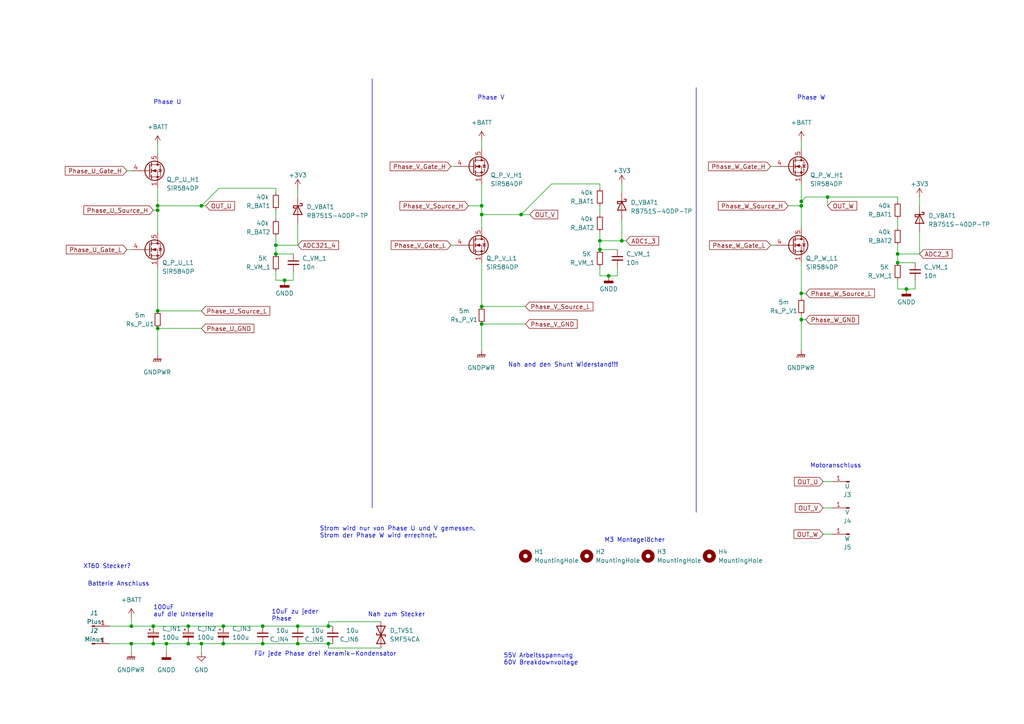
<source format=kicad_sch>
(kicad_sch (version 20230121) (generator eeschema)
  (paper "A4")
  (lib_symbols
    (symbol "Connector:Conn_01x01_Pin" (pin_names (offset 1.016) hide)
      (property "Reference" "J" (at 0 2.54 0))
      (property "Value" "Conn_01x01_Pin" (at 0 -2.54 0))
      (symbol "Conn_01x01_Pin_1_1"
        (polyline (pts (xy 1.27 0) (xy 0.8636 0)) (stroke (width 0.1524)))
        (rectangle (start 0.8636 0.127) (end 0 -0.127) (stroke (width 0.1524)) (fill (type outline)))
        (pin passive line (at 5.08 0 180) (length 3.81) (name "Pin_1") (number "1"))
      )
    )
    (symbol "Device:C_Polarized_Small" (pin_numbers hide) (pin_names (offset 0.254) hide)
      (property "Reference" "C" (at 0.254 1.778 0))
      (property "Value" "C_Polarized_Small" (at 0.254 -2.032 0))
      (symbol "C_Polarized_Small_0_1"
        (rectangle (start -1.524 -0.3048) (end 1.524 -0.6858) (fill (type outline)))
        (rectangle (start -1.524 0.6858) (end 1.524 0.3048))
        (polyline (pts (xy -1.27 1.524) (xy -0.762 1.524)))
        (polyline (pts (xy -1.016 1.27) (xy -1.016 1.778)))
      )
      (symbol "C_Polarized_Small_1_1"
        (pin passive line (at 0 2.54 270) (length 1.8542) (name "~") (number "1"))
        (pin passive line (at 0 -2.54 90) (length 1.8542) (name "~") (number "2"))
      )
    )
    (symbol "Device:C_Small" (pin_numbers hide) (pin_names (offset 0.254) hide)
      (property "Reference" "C" (at 0.254 1.778 0))
      (property "Value" "C_Small" (at 0.254 -2.032 0))
      (symbol "C_Small_0_1"
        (polyline (pts (xy -1.524 -0.508) (xy 1.524 -0.508)) (stroke (width 0.3302)))
        (polyline (pts (xy -1.524 0.508) (xy 1.524 0.508)) (stroke (width 0.3048)))
      )
      (symbol "C_Small_1_1"
        (pin passive line (at 0 2.54 270) (length 2.032) (name "~") (number "1"))
        (pin passive line (at 0 -2.54 90) (length 2.032) (name "~") (number "2"))
      )
    )
    (symbol "Device:D_Schottky" (pin_numbers hide) (pin_names (offset 1.016) hide)
      (property "Reference" "D" (at 0 2.54 0))
      (property "Value" "D_Schottky" (at 0 -2.54 0))
      (symbol "D_Schottky_0_1"
        (polyline (pts (xy 1.27 0) (xy -1.27 0)))
        (polyline (pts (xy 1.27 1.27) (xy 1.27 -1.27) (xy -1.27 0) (xy 1.27 1.27)) (stroke (width 0.254)))
        (polyline (pts (xy -1.905 0.635) (xy -1.905 1.27) (xy -1.27 1.27) (xy -1.27 -1.27) (xy -0.635 -1.27) (xy -0.635 -0.635)) (stroke (width 0.254)))
      )
      (symbol "D_Schottky_1_1"
        (pin passive line (at -3.81 0 0) (length 2.54) (name "K") (number "1"))
        (pin passive line (at 3.81 0 180) (length 2.54) (name "A") (number "2"))
      )
    )
    (symbol "Device:D_TVS" (pin_numbers hide) (pin_names (offset 1.016) hide)
      (property "Reference" "D" (at 0 2.54 0))
      (property "Value" "D_TVS" (at 0 -2.54 0))
      (symbol "D_TVS_0_1"
        (polyline (pts (xy 1.27 0) (xy -1.27 0)))
        (polyline (pts (xy 0.508 1.27) (xy 0 1.27) (xy 0 -1.27) (xy -0.508 -1.27)) (stroke (width 0.254)))
        (polyline (pts (xy -2.54 1.27) (xy -2.54 -1.27) (xy 2.54 1.27) (xy 2.54 -1.27) (xy -2.54 1.27)) (stroke (width 0.254)))
      )
      (symbol "D_TVS_1_1"
        (pin passive line (at -3.81 0 0) (length 2.54) (name "A1") (number "1"))
        (pin passive line (at 3.81 0 180) (length 2.54) (name "A2") (number "2"))
      )
    )
    (symbol "Device:R_Small" (pin_numbers hide) (pin_names (offset 0.254) hide)
      (property "Reference" "R" (at 0.762 0.508 0))
      (property "Value" "R_Small" (at 0.762 -1.016 0))
      (symbol "R_Small_0_1"
        (rectangle (start -0.762 1.778) (end 0.762 -1.778) (stroke (width 0.2032)))
      )
      (symbol "R_Small_1_1"
        (pin passive line (at 0 2.54 270) (length 0.762) (name "~") (number "1"))
        (pin passive line (at 0 -2.54 90) (length 0.762) (name "~") (number "2"))
      )
    )
    (symbol "Mechanical:MountingHole" (pin_names (offset 1.016))
      (property "Reference" "H" (at 0 5.08 0))
      (property "Value" "MountingHole" (at 0 3.175 0))
      (symbol "MountingHole_0_1"
        (circle (center 0 0) (radius 1.27) (stroke (width 1.27)))
      )
    )
    (symbol "Transistor_FET:Si7336ADP" (pin_names hide)
      (property "Reference" "Q" (at 5.08 1.905 0))
      (property "Value" "Si7336ADP" (at 5.08 0 0))
      (symbol "Si7336ADP_0_1"
        (polyline (pts (xy 0.254 0) (xy -2.54 0)))
        (polyline (pts (xy 0.254 1.905) (xy 0.254 -1.905)) (stroke (width 0.254)))
        (polyline (pts (xy 0.762 -1.27) (xy 0.762 -2.286)) (stroke (width 0.254)))
        (polyline (pts (xy 0.762 0.508) (xy 0.762 -0.508)) (stroke (width 0.254)))
        (polyline (pts (xy 0.762 2.286) (xy 0.762 1.27)) (stroke (width 0.254)))
        (polyline (pts (xy 2.54 2.54) (xy 2.54 1.778)))
        (polyline (pts (xy 2.54 -2.54) (xy 2.54 0) (xy 0.762 0)))
        (polyline (pts (xy 0.762 -1.778) (xy 3.302 -1.778) (xy 3.302 1.778) (xy 0.762 1.778)))
        (polyline (pts (xy 1.016 0) (xy 2.032 0.381) (xy 2.032 -0.381) (xy 1.016 0)) (fill (type outline)))
        (polyline (pts (xy 2.794 0.508) (xy 2.921 0.381) (xy 3.683 0.381) (xy 3.81 0.254)))
        (polyline (pts (xy 3.302 0.381) (xy 2.921 -0.254) (xy 3.683 -0.254) (xy 3.302 0.381)))
        (circle (center 1.651 0) (radius 2.794) (stroke (width 0.254)))
        (circle (center 2.54 -1.778) (radius 0.254) (fill (type outline)))
        (circle (center 2.54 1.778) (radius 0.254) (fill (type outline)))
      )
      (symbol "Si7336ADP_1_1"
        (pin passive line (at 2.54 -5.08 90) (length 2.54) (name "S") (number "1"))
        (pin passive line (at 2.54 -5.08 90) (length 2.54) hide (name "S") (number "2"))
        (pin passive line (at 2.54 -5.08 90) (length 2.54) hide (name "S") (number "3"))
        (pin input line (at -5.08 0 0) (length 2.54) (name "G") (number "4"))
        (pin passive line (at 2.54 5.08 270) (length 2.54) (name "D") (number "5"))
      )
    )
    (symbol "power:+3.3V" (power) (pin_names (offset 0))
      (property "Value" "+3.3V" (at 0 3.556 0))
      (symbol "+3.3V_0_1"
        (polyline (pts (xy -0.762 1.27) (xy 0 2.54)))
        (polyline (pts (xy 0 0) (xy 0 2.54)))
        (polyline (pts (xy 0 2.54) (xy 0.762 1.27)))
      )
      (symbol "+3.3V_1_1"
        (pin power_in line (at 0 0 90) (length 0) hide (name "+3V3") (number "1"))
      )
    )
    (symbol "power:+BATT" (power) (pin_names (offset 0))
      (property "Value" "+BATT" (at 0 3.556 0))
      (symbol "+BATT_0_1"
        (polyline (pts (xy -0.762 1.27) (xy 0 2.54)))
        (polyline (pts (xy 0 0) (xy 0 2.54)))
        (polyline (pts (xy 0 2.54) (xy 0.762 1.27)))
      )
      (symbol "+BATT_1_1"
        (pin power_in line (at 0 0 90) (length 0) hide (name "+BATT") (number "1"))
      )
    )
    (symbol "power:GND" (power) (pin_names (offset 0))
      (property "Value" "GND" (at 0 -3.81 0))
      (symbol "GND_0_1"
        (polyline (pts (xy 0 0) (xy 0 -1.27) (xy 1.27 -1.27) (xy 0 -2.54) (xy -1.27 -1.27) (xy 0 -1.27)))
      )
      (symbol "GND_1_1"
        (pin power_in line (at 0 0 270) (length 0) hide (name "GND") (number "1"))
      )
    )
    (symbol "power:GNDD" (power) (pin_names (offset 0))
      (property "Value" "GNDD" (at 0 -3.175 0))
      (symbol "GNDD_0_1"
        (rectangle (start -1.27 -1.524) (end 1.27 -2.032) (stroke (width 0.254)) (fill (type outline)))
        (polyline (pts (xy 0 0) (xy 0 -1.524)))
      )
      (symbol "GNDD_1_1"
        (pin power_in line (at 0 0 270) (length 0) hide (name "GNDD") (number "1"))
      )
    )
    (symbol "power:GNDPWR" (power) (pin_names (offset 0))
      (property "Value" "GNDPWR" (at 0 -3.302 0))
      (symbol "GNDPWR_0_1"
        (polyline (pts (xy 0 -1.27) (xy 0 0)))
        (polyline (pts (xy -1.016 -1.27) (xy -1.27 -2.032) (xy -1.27 -2.032)) (stroke (width 0.2032)))
        (polyline (pts (xy -0.508 -1.27) (xy -0.762 -2.032) (xy -0.762 -2.032)) (stroke (width 0.2032)))
        (polyline (pts (xy 0 -1.27) (xy -0.254 -2.032) (xy -0.254 -2.032)) (stroke (width 0.2032)))
        (polyline (pts (xy 0.508 -1.27) (xy 0.254 -2.032) (xy 0.254 -2.032)) (stroke (width 0.2032)))
        (polyline (pts (xy 1.016 -1.27) (xy -1.016 -1.27) (xy -1.016 -1.27)) (stroke (width 0.2032)))
        (polyline (pts (xy 1.016 -1.27) (xy 0.762 -2.032) (xy 0.762 -2.032) (xy 0.762 -2.032)) (stroke (width 0.2032)))
      )
      (symbol "GNDPWR_1_1"
        (pin power_in line (at 0 0 270) (length 0) hide (name "GNDPWR") (number "1"))
      )
    )
  )
  (junction (at 44.45 186.69))
  (junction (at 176.53 80.01))
  (junction (at 260.35 76.2))
  (junction (at 45.72 60.96))
  (junction (at 139.7 62.23))
  (junction (at 232.41 85.09))
  (junction (at 44.45 181.61))
  (junction (at 240.03 57.15))
  (junction (at 45.72 95.25))
  (junction (at 58.42 59.69))
  (junction (at 173.99 72.39))
  (junction (at 232.41 59.69))
  (junction (at 80.01 73.66))
  (junction (at 54.61 186.69))
  (junction (at 58.42 186.69))
  (junction (at 38.1 181.61))
  (junction (at 48.26 186.69))
  (junction (at 232.41 58.42))
  (junction (at 95.25 181.61))
  (junction (at 139.7 88.9))
  (junction (at 76.2 186.69))
  (junction (at 180.34 69.85))
  (junction (at 232.41 92.71))
  (junction (at 76.2 181.61))
  (junction (at 139.7 93.98))
  (junction (at 82.55 81.28))
  (junction (at 86.36 181.61))
  (junction (at 260.35 73.66))
  (junction (at 139.7 59.69))
  (junction (at 151.13 62.23))
  (junction (at 54.61 181.61))
  (junction (at 45.72 59.69))
  (junction (at 95.25 186.69))
  (junction (at 86.36 186.69))
  (junction (at 38.1 186.69))
  (junction (at 45.72 90.17))
  (junction (at 64.77 181.61))
  (junction (at 64.77 186.69))
  (junction (at 173.99 69.85))
  (junction (at 80.01 71.12))
  (junction (at 262.89 83.82))
  (wire (pts (xy 232.41 53.34) (xy 232.41 58.42)))
  (wire (pts (xy 54.61 181.61) (xy 64.77 181.61)))
  (wire (pts (xy 82.55 81.28) (xy 85.09 81.28)))
  (wire (pts (xy 260.35 73.66) (xy 260.35 76.2)))
  (wire (pts (xy 85.09 73.66) (xy 80.01 73.66)))
  (wire (pts (xy 38.1 189.23) (xy 38.1 186.69)))
  (wire (pts (xy 36.83 72.39) (xy 38.1 72.39)))
  (wire (pts (xy 139.7 88.9) (xy 152.4 88.9)))
  (wire (pts (xy 96.52 186.69) (xy 95.25 186.69)))
  (wire (pts (xy 232.41 43.18) (xy 232.41 40.64)))
  (wire (pts (xy 240.03 57.15) (xy 240.03 59.69)))
  (wire (pts (xy 64.77 186.69) (xy 76.2 186.69)))
  (wire (pts (xy 80.01 78.74) (xy 80.01 81.28)))
  (wire (pts (xy 85.09 81.28) (xy 85.09 78.74)))
  (wire (pts (xy 238.76 147.32) (xy 241.3 147.32)))
  (wire (pts (xy 176.53 80.01) (xy 179.07 80.01)))
  (wire (pts (xy 238.76 139.7) (xy 241.3 139.7)))
  (wire (pts (xy 135.89 59.69) (xy 139.7 59.69)))
  (wire (pts (xy 232.41 85.09) (xy 232.41 86.36)))
  (wire (pts (xy 266.7 59.69) (xy 266.7 57.15)))
  (wire (pts (xy 232.41 92.71) (xy 233.68 92.71)))
  (wire (pts (xy 139.7 93.98) (xy 152.4 93.98)))
  (wire (pts (xy 45.72 95.25) (xy 45.72 102.87)))
  (wire (pts (xy 58.42 186.69) (xy 64.77 186.69)))
  (wire (pts (xy 173.99 77.47) (xy 173.99 80.01)))
  (wire (pts (xy 96.52 181.61) (xy 95.25 181.61)))
  (wire (pts (xy 228.6 59.69) (xy 232.41 59.69)))
  (wire (pts (xy 223.52 71.12) (xy 224.79 71.12)))
  (wire (pts (xy 58.42 186.69) (xy 58.42 189.23)))
  (wire (pts (xy 44.45 181.61) (xy 38.1 181.61)))
  (wire (pts (xy 45.72 59.69) (xy 45.72 60.96)))
  (wire (pts (xy 110.49 180.34) (xy 95.25 180.34)))
  (wire (pts (xy 44.45 186.69) (xy 48.26 186.69)))
  (wire (pts (xy 173.99 62.23) (xy 173.99 59.69)))
  (wire (pts (xy 130.81 48.26) (xy 132.08 48.26)))
  (wire (pts (xy 44.45 60.96) (xy 45.72 60.96)))
  (wire (pts (xy 80.01 71.12) (xy 80.01 73.66)))
  (wire (pts (xy 232.41 58.42) (xy 232.41 59.69)))
  (wire (pts (xy 173.99 53.34) (xy 173.99 54.61)))
  (wire (pts (xy 240.03 57.15) (xy 260.35 57.15)))
  (wire (pts (xy 139.7 76.2) (xy 139.7 88.9)))
  (wire (pts (xy 44.45 181.61) (xy 54.61 181.61)))
  (wire (pts (xy 179.07 72.39) (xy 173.99 72.39)))
  (wire (pts (xy 54.61 186.69) (xy 58.42 186.69)))
  (wire (pts (xy 151.13 62.23) (xy 153.67 62.23)))
  (wire (pts (xy 262.89 83.82) (xy 265.43 83.82)))
  (wire (pts (xy 95.25 187.96) (xy 95.25 186.69)))
  (wire (pts (xy 95.25 186.69) (xy 86.36 186.69)))
  (wire (pts (xy 80.01 81.28) (xy 82.55 81.28)))
  (wire (pts (xy 260.35 66.04) (xy 260.35 63.5)))
  (wire (pts (xy 265.43 76.2) (xy 260.35 76.2)))
  (wire (pts (xy 139.7 43.18) (xy 139.7 40.64)))
  (wire (pts (xy 260.35 81.28) (xy 260.35 83.82)))
  (wire (pts (xy 45.72 54.61) (xy 45.72 59.69)))
  (wire (pts (xy 173.99 67.31) (xy 173.99 69.85)))
  (wire (pts (xy 180.34 69.85) (xy 181.61 69.85)))
  (wire (pts (xy 173.99 80.01) (xy 176.53 80.01)))
  (wire (pts (xy 86.36 64.77) (xy 86.36 71.12)))
  (polyline (pts (xy 201.93 25.4) (xy 201.93 148.59)))
  (wire (pts (xy 31.75 181.61) (xy 38.1 181.61)))
  (wire (pts (xy 58.42 59.69) (xy 59.69 59.69)))
  (wire (pts (xy 80.01 63.5) (xy 80.01 60.96)))
  (wire (pts (xy 139.7 62.23) (xy 139.7 66.04)))
  (wire (pts (xy 151.13 62.23) (xy 139.7 62.23)))
  (wire (pts (xy 45.72 90.17) (xy 58.42 90.17)))
  (wire (pts (xy 58.42 59.69) (xy 45.72 59.69)))
  (wire (pts (xy 64.77 181.61) (xy 76.2 181.61)))
  (polyline (pts (xy 107.95 22.86) (xy 107.95 147.32)))
  (wire (pts (xy 180.34 55.88) (xy 180.34 53.34)))
  (wire (pts (xy 45.72 77.47) (xy 45.72 90.17)))
  (wire (pts (xy 232.41 85.09) (xy 233.68 85.09)))
  (wire (pts (xy 223.52 48.26) (xy 224.79 48.26)))
  (wire (pts (xy 232.41 92.71) (xy 232.41 101.6)))
  (wire (pts (xy 180.34 63.5) (xy 180.34 69.85)))
  (wire (pts (xy 86.36 71.12) (xy 80.01 71.12)))
  (wire (pts (xy 95.25 180.34) (xy 95.25 181.61)))
  (wire (pts (xy 86.36 57.15) (xy 86.36 54.61)))
  (wire (pts (xy 233.68 57.15) (xy 240.03 57.15)))
  (wire (pts (xy 232.41 91.44) (xy 232.41 92.71)))
  (wire (pts (xy 139.7 59.69) (xy 139.7 62.23)))
  (wire (pts (xy 63.5 54.61) (xy 80.01 54.61)))
  (wire (pts (xy 160.02 53.34) (xy 173.99 53.34)))
  (wire (pts (xy 139.7 93.98) (xy 139.7 101.6)))
  (wire (pts (xy 80.01 68.58) (xy 80.01 71.12)))
  (wire (pts (xy 179.07 80.01) (xy 179.07 77.47)))
  (wire (pts (xy 95.25 181.61) (xy 86.36 181.61)))
  (wire (pts (xy 260.35 58.42) (xy 260.35 57.15)))
  (wire (pts (xy 45.72 95.25) (xy 58.42 95.25)))
  (wire (pts (xy 45.72 60.96) (xy 45.72 67.31)))
  (wire (pts (xy 173.99 69.85) (xy 173.99 72.39)))
  (wire (pts (xy 265.43 83.82) (xy 265.43 81.28)))
  (wire (pts (xy 31.75 186.69) (xy 38.1 186.69)))
  (wire (pts (xy 266.7 73.66) (xy 260.35 73.66)))
  (wire (pts (xy 139.7 53.34) (xy 139.7 59.69)))
  (wire (pts (xy 160.02 53.34) (xy 151.13 62.23)))
  (wire (pts (xy 38.1 181.61) (xy 38.1 179.07)))
  (wire (pts (xy 232.41 59.69) (xy 232.41 66.04)))
  (wire (pts (xy 80.01 55.88) (xy 80.01 54.61)))
  (wire (pts (xy 180.34 69.85) (xy 173.99 69.85)))
  (wire (pts (xy 233.68 57.15) (xy 232.41 58.42)))
  (wire (pts (xy 48.26 189.23) (xy 48.26 186.69)))
  (wire (pts (xy 232.41 76.2) (xy 232.41 85.09)))
  (wire (pts (xy 86.36 186.69) (xy 76.2 186.69)))
  (wire (pts (xy 110.49 187.96) (xy 95.25 187.96)))
  (wire (pts (xy 260.35 83.82) (xy 262.89 83.82)))
  (wire (pts (xy 36.83 49.53) (xy 38.1 49.53)))
  (wire (pts (xy 266.7 67.31) (xy 266.7 73.66)))
  (wire (pts (xy 44.45 186.69) (xy 38.1 186.69)))
  (wire (pts (xy 260.35 71.12) (xy 260.35 73.66)))
  (wire (pts (xy 63.5 54.61) (xy 58.42 59.69)))
  (wire (pts (xy 86.36 181.61) (xy 76.2 181.61)))
  (wire (pts (xy 48.26 186.69) (xy 54.61 186.69)))
  (wire (pts (xy 45.72 44.45) (xy 45.72 41.91)))
  (wire (pts (xy 238.76 154.94) (xy 241.3 154.94)))
  (wire (pts (xy 130.81 71.12) (xy 132.08 71.12)))
  (text "Batterie Anschluss" (at 25.4 170.18 0) (effects (font (size 1.27 1.27)) (justify left bottom)))
  (text "Nah and den Shunt Widerstand!!!" (at 147.32 106.68 0) (effects (font (size 1.27 1.27)) (justify left bottom)))
  (text "10uF zu jeder\nPhase" (at 78.74 180.34 0) (effects (font (size 1.27 1.27)) (justify left bottom)))
  (text "Phase V " (at 138.43 29.21 0) (effects (font (size 1.27 1.27)) (justify left bottom)))
  (text "55V Arbeitsspannung\n60V Breakdownvoltage" (at 146.05 193.04 0) (effects (font (size 1.27 1.27)) (justify left bottom)))
  (text "Nah zum Stecker" (at 106.68 179.07 0) (effects (font (size 1.27 1.27)) (justify left bottom)))
  (text "Strom wird nur von Phase U und V gemessen.\nStrom der Phase W wird errechnet." (at 92.71 156.21 0) (effects (font (size 1.27 1.27)) (justify left bottom)))
  (text "Phase W" (at 231.14 29.21 0) (effects (font (size 1.27 1.27)) (justify left bottom)))
  (text "M3 Montagelöcher" (at 175.26 157.48 0) (effects (font (size 1.27 1.27)) (justify left bottom)))
  (text "100uF\nauf die Unterseite" (at 44.45 179.07 0) (effects (font (size 1.27 1.27)) (justify left bottom)))
  (text "XT60 Stecker?" (at 24.13 165.1 0) (effects (font (size 1.27 1.27)) (justify left bottom)))
  (text "Phase U" (at 44.45 30.48 0) (effects (font (size 1.27 1.27)) (justify left bottom)))
  (text "Für jede Phase drei Keramik-Kondensator" (at 73.66 190.5 0) (effects (font (size 1.27 1.27)) (justify left bottom)))
  (text "Motoranschluss" (at 234.95 135.89 0) (effects (font (size 1.27 1.27)) (justify left bottom)))
  (global_label "ADC1_3" (shape input) (at 181.61 69.85 0) (property "Intersheetrefs" "${INTERSHEET_REFS}" (effects hide)))
  (global_label "OUT_V" (shape input) (at 238.76 147.32 180) (property "Intersheetrefs" "${INTERSHEET_REFS}" (effects hide)))
  (global_label "OUT_V" (shape input) (at 153.67 62.23 0) (property "Intersheetrefs" "${INTERSHEET_REFS}" (effects hide)))
  (global_label "Phase_W_Gate_L" (shape input) (at 223.52 71.12 180) (property "Intersheetrefs" "${INTERSHEET_REFS}" (effects hide)))
  (global_label "OUT_W" (shape input) (at 238.76 154.94 180) (property "Intersheetrefs" "${INTERSHEET_REFS}" (effects hide)))
  (global_label "Phase_V_GND" (shape input) (at 152.4 93.98 0) (property "Intersheetrefs" "${INTERSHEET_REFS}" (effects hide)))
  (global_label "Phase_U_Gate_L" (shape input) (at 36.83 72.39 180) (property "Intersheetrefs" "${INTERSHEET_REFS}" (effects hide)))
  (global_label "ADC2_3" (shape input) (at 266.7 73.66 0) (property "Intersheetrefs" "${INTERSHEET_REFS}" (effects hide)))
  (global_label "Phase_V_Source_L" (shape input) (at 152.4 88.9 0) (property "Intersheetrefs" "${INTERSHEET_REFS}" (effects hide)))
  (global_label "Phase_U_GND" (shape input) (at 58.42 95.25 0) (property "Intersheetrefs" "${INTERSHEET_REFS}" (effects hide)))
  (global_label "OUT_U" (shape input) (at 59.69 59.69 0) (property "Intersheetrefs" "${INTERSHEET_REFS}" (effects hide)))
  (global_label "Phase_W_GND" (shape input) (at 233.68 92.71 0) (property "Intersheetrefs" "${INTERSHEET_REFS}" (effects hide)))
  (global_label "Phase_W_Source_H" (shape input) (at 228.6 59.69 180) (property "Intersheetrefs" "${INTERSHEET_REFS}" (effects hide)))
  (global_label "Phase_U_Source_H" (shape input) (at 44.45 60.96 180) (property "Intersheetrefs" "${INTERSHEET_REFS}" (effects hide)))
  (global_label "Phase_W_Source_L" (shape input) (at 233.68 85.09 0) (property "Intersheetrefs" "${INTERSHEET_REFS}" (effects hide)))
  (global_label "Phase_W_Gate_H" (shape input) (at 223.52 48.26 180) (property "Intersheetrefs" "${INTERSHEET_REFS}" (effects hide)))
  (global_label "Phase_V_Gate_L" (shape input) (at 130.81 71.12 180) (property "Intersheetrefs" "${INTERSHEET_REFS}" (effects hide)))
  (global_label "OUT_W" (shape input) (at 240.03 59.69 0) (property "Intersheetrefs" "${INTERSHEET_REFS}" (effects hide)))
  (global_label "Phase_V_Gate_H" (shape input) (at 130.81 48.26 180) (property "Intersheetrefs" "${INTERSHEET_REFS}" (effects hide)))
  (global_label "Phase_U_Gate_H" (shape input) (at 36.83 49.53 180) (property "Intersheetrefs" "${INTERSHEET_REFS}" (effects hide)))
  (global_label "ADC321_4" (shape input) (at 86.36 71.12 0) (property "Intersheetrefs" "${INTERSHEET_REFS}" (effects hide)))
  (global_label "OUT_U" (shape input) (at 238.76 139.7 180) (property "Intersheetrefs" "${INTERSHEET_REFS}" (effects hide)))
  (global_label "Phase_U_Source_L" (shape input) (at 58.42 90.17 0) (property "Intersheetrefs" "${INTERSHEET_REFS}" (effects hide)))
  (global_label "Phase_V_Source_H" (shape input) (at 135.89 59.69 180) (property "Intersheetrefs" "${INTERSHEET_REFS}" (effects hide)))
  (symbol (lib_id "Transistor_FET:Si7336ADP") (at 137.16 48.26 0) (unit 1)
    (property "Reference" "Q_P_V_H1" (at 142.24 50.8 0) (effects (justify left)))
    (property "Value" "SiR584DP" (at 142.24 53.34 0) (effects (justify left)))
    (property "Footprint" "Package_SO:PowerPAK_SO-8_Single" (effects hide))
    (property "Datasheet" "https://www.mouser.de/datasheet/2/427/sir584dp-2953443.pdf" (effects hide))
    (instances (project "Leistungs_Halbleiter_Platine" (path "" (reference "Q_P_V_H1") (unit 1))) (project "Servo_Controller_Rev2" (path "" (reference "Q_P_V_H1") (unit 1))) (project "Servo_Controller_Rev1_2" (path "" (reference "Q_P_V_H?") (unit 1))) (project "Infineon_6layer_Treiber" (path "" (reference "Q_P_V_H1") (unit 1))))
  )
  (symbol (lib_id "Device:C_Small") (at 265.43 78.74 0) (unit 1)
    (property "Reference" "C_VM_1" (at 267.97 77.47 0) (effects (justify left)))
    (property "Value" "10n" (at 267.97 80.0038 0) (effects (justify left)))
    (property "Footprint" "Capacitor_SMD:C_0201_0603Metric" (effects hide))
    (instances (project "Microcontroller" (path "" (reference "C_VM_1") (unit 1))) (project "Infineon_6layer_Treiber" (path "" (reference "C_VM_4") (unit 1))) (project "Leistungsteil" (path "" (reference "C_sense_W1") (unit 1))))
  )
  (symbol (lib_id "power:GND") (at 58.42 189.23 0) (unit 1)
    (property "Reference" "#PWR060" (effects hide))
    (property "Value" "GND" (at 58.42 194.31 0))
    (instances (project "Servo_Steuerung" (path "" (reference "#PWR060") (unit 1)) (path "" (reference "#PWR033") (unit 1))) (project "Infineon_6layer_Treiber" (path "" (reference "#PWR035") (unit 1)) (path "" (reference "#PWR064") (unit 1))))
  )
  (symbol (lib_id "Connector:Conn_01x01_Pin") (at 246.38 139.7 180) (unit 1)
    (property "Reference" "J3" (at 245.745 143.51 0))
    (property "Value" "U" (at 245.745 140.97 0))
    (property "Footprint" "MountingHole:MountingHole_3.2mm_M3_ISO14580_Pad_TopBottom" (effects hide))
  )
  (symbol (lib_id "Device:D_Schottky") (at 180.34 59.69 270) (unit 1)
    (property "Reference" "D_VBAT1" (at 182.88 58.7375 90) (effects (justify left)))
    (property "Value" "RB751S-40DP-TP" (at 182.88 61.2775 90) (effects (justify left)))
    (property "Footprint" "Diode_SMD:D_0201_0603Metric" (effects hide))
    (property "Datasheet" "https://lcsc.com/product-detail/Schottky-Barrier-Diodes-SBD_STMicroelectronics-BAT30KFILM_C2926449.html" (effects hide))
    (instances (project "Microcontroller" (path "" (reference "D_VBAT1") (unit 1))) (project "Infineon_6layer_Treiber" (path "" (reference "D_VBAT3") (unit 1))) (project "Leistungsteil" (path "" (reference "D_sense_V1") (unit 1))))
  )
  (symbol (lib_id "power:GNDD") (at 262.89 83.82 0) (unit 1)
    (property "Reference" "#PWR0129" (effects hide))
    (property "Value" "GNDD" (at 262.89 87.63 0))
    (instances (project "Microcontroller" (path "" (reference "#PWR0129") (unit 1))) (project "Infineon_6layer_Treiber" (path "" (reference "#PWR022") (unit 1))) (project "Leistungsteil" (path "" (reference "#PWR064") (unit 1))))
  )
  (symbol (lib_id "Device:R_Small") (at 80.01 76.2 0) (unit 1)
    (property "Reference" "R_VM_1" (at 74.93 77.47 0))
    (property "Value" "5K" (at 76.2 74.93 0))
    (property "Footprint" "Resistor_SMD:R_0201_0603Metric" (effects hide))
    (instances (project "Microcontroller" (path "" (reference "R_VM_1") (unit 1))) (project "Infineon_6layer_Treiber" (path "" (reference "R_VM_2") (unit 1))) (project "Leistungsteil" (path "" (reference "R_sense_U2") (unit 1))))
  )
  (symbol (lib_id "Mechanical:MountingHole") (at 152.4 161.29 0) (unit 1)
    (property "Reference" "H1" (at 154.94 160.0199 0) (effects (justify left)))
    (property "Value" "MountingHole" (at 154.94 162.5599 0) (effects (justify left)))
    (property "Footprint" "MountingHole:MountingHole_3.2mm_M3_ISO14580" (effects hide))
    (instances (project "Leistungs_Halbleiter_Platine" (path "" (reference "H1") (unit 1))) (project "Servo_Controller_Rev2" (path "" (reference "H1") (unit 1))) (project "Servo_Controller_Rev1_2" (path "" (reference "H?") (unit 1))) (project "Infineon_6layer_Treiber" (path "" (reference "H1") (unit 1))))
  )
  (symbol (lib_id "Mechanical:MountingHole") (at 187.96 161.29 0) (unit 1)
    (property "Reference" "H3" (at 190.5 160.0199 0) (effects (justify left)))
    (property "Value" "MountingHole" (at 190.5 162.5599 0) (effects (justify left)))
    (property "Footprint" "MountingHole:MountingHole_3.2mm_M3_ISO14580" (effects hide))
    (instances (project "Leistungs_Halbleiter_Platine" (path "" (reference "H3") (unit 1))) (project "Servo_Controller_Rev2" (path "" (reference "H3") (unit 1))) (project "Servo_Controller_Rev1_2" (path "" (reference "H?") (unit 1))) (project "Infineon_6layer_Treiber" (path "" (reference "H3") (unit 1))))
  )
  (symbol (lib_id "Mechanical:MountingHole") (at 170.18 161.29 0) (unit 1)
    (property "Reference" "H2" (at 172.72 160.0199 0) (effects (justify left)))
    (property "Value" "MountingHole" (at 172.72 162.5599 0) (effects (justify left)))
    (property "Footprint" "MountingHole:MountingHole_3.2mm_M3_ISO14580" (effects hide))
    (instances (project "Leistungs_Halbleiter_Platine" (path "" (reference "H2") (unit 1))) (project "Servo_Controller_Rev2" (path "" (reference "H2") (unit 1))) (project "Servo_Controller_Rev1_2" (path "" (reference "H?") (unit 1))) (project "Infineon_6layer_Treiber" (path "" (reference "H2") (unit 1))))
  )
  (symbol (lib_id "Device:C_Polarized_Small") (at 64.77 184.15 0) (unit 1)
    (property "Reference" "C_IN3" (at 67.31 182.3338 0) (effects (justify left)))
    (property "Value" "100u" (at 67.31 184.8738 0) (effects (justify left)))
    (property "Footprint" "Capacitor_SMD:CP_Elec_10x10" (effects hide))
    (property "Datasheet" "https://www.mouser.de/ProductDetail/Vishay-BC-Components/MAL215099702E3?qs=bKenfurwlskcHT6%252BSvdJwA%3D%3D" (effects hide))
    (instances (project "Leistungs_Halbleiter_Platine" (path "" (reference "C_IN3") (unit 1))) (project "Servo_Controller_Rev2" (path "" (reference "C_IN3") (unit 1))) (project "Servo_Controller_Rev1_2" (path "" (reference "C_IN2") (unit 1))) (project "Infineon_6layer_Treiber" (path "" (reference "C_IN3") (unit 1))))
  )
  (symbol (lib_id "Transistor_FET:Si7336ADP") (at 43.18 49.53 0) (unit 1)
    (property "Reference" "Q_P_U_H1" (at 48.26 52.07 0) (effects (justify left)))
    (property "Value" "SiR584DP" (at 48.26 54.61 0) (effects (justify left)))
    (property "Footprint" "Package_SO:PowerPAK_SO-8_Single" (effects hide))
    (property "Datasheet" "https://www.mouser.de/datasheet/2/427/sir584dp-2953443.pdf" (effects hide))
    (instances (project "Leistungs_Halbleiter_Platine" (path "" (reference "Q_P_U_H1") (unit 1))) (project "Servo_Controller_Rev2" (path "" (reference "Q_P_U_H1") (unit 1))) (project "Servo_Controller_Rev1_2" (path "" (reference "Q_P_U_H?") (unit 1))) (project "Infineon_6layer_Treiber" (path "" (reference "Q_P_U_H1") (unit 1))))
  )
  (symbol (lib_id "Device:R_Small") (at 173.99 57.15 0) (unit 1)
    (property "Reference" "R_BAT1" (at 168.91 58.42 0))
    (property "Value" "40k" (at 170.18 55.88 0))
    (property "Footprint" "Resistor_SMD:R_0201_0603Metric" (effects hide))
    (instances (project "Microcontroller" (path "" (reference "R_BAT1") (unit 1))) (project "Infineon_6layer_Treiber" (path "" (reference "R_BAT5") (unit 1))) (project "Leistungsteil" (path "" (reference "R_sense_V1") (unit 1))))
  )
  (symbol (lib_id "Device:R_Small") (at 80.01 58.42 0) (unit 1)
    (property "Reference" "R_BAT1" (at 74.93 59.69 0))
    (property "Value" "40k" (at 76.2 57.15 0))
    (property "Footprint" "Resistor_SMD:R_0201_0603Metric" (effects hide))
    (instances (project "Microcontroller" (path "" (reference "R_BAT1") (unit 1))) (project "Infineon_6layer_Treiber" (path "" (reference "R_BAT3") (unit 1))) (project "Leistungsteil" (path "" (reference "R_sense_U3") (unit 1))))
  )
  (symbol (lib_id "power:+3.3V") (at 266.7 57.15 0) (unit 1)
    (property "Reference" "#PWR0131" (effects hide))
    (property "Value" "+3.3V" (at 266.7 53.34 0))
    (instances (project "Microcontroller" (path "" (reference "#PWR0131") (unit 1))) (project "Infineon_6layer_Treiber" (path "" (reference "#PWR035") (unit 1))) (project "Leistungsteil" (path "" (reference "#PWR065") (unit 1))))
  )
  (symbol (lib_id "power:GNDPWR") (at 232.41 101.6 0) (unit 1)
    (property "Reference" "#PWR074" (effects hide))
    (property "Value" "GNDPWR" (at 232.283 106.68 0))
    (instances (project "Leistungs_Halbleiter_Platine" (path "" (reference "#PWR074") (unit 1))) (project "Servo_Controller_Rev2" (path "" (reference "#PWR074") (unit 1))) (project "Servo_Controller_Rev1_2" (path "" (reference "#PWR?") (unit 1))) (project "Infineon_6layer_Treiber" (path "" (reference "#PWR033") (unit 1))))
  )
  (symbol (lib_id "Device:R_Small") (at 173.99 74.93 0) (unit 1)
    (property "Reference" "R_VM_1" (at 168.91 76.2 0))
    (property "Value" "5K" (at 170.18 73.66 0))
    (property "Footprint" "Resistor_SMD:R_0201_0603Metric" (effects hide))
    (instances (project "Microcontroller" (path "" (reference "R_VM_1") (unit 1))) (project "Infineon_6layer_Treiber" (path "" (reference "R_VM_3") (unit 1))) (project "Leistungsteil" (path "" (reference "R_sense_V3") (unit 1))))
  )
  (symbol (lib_id "Mechanical:MountingHole") (at 205.74 161.29 0) (unit 1)
    (property "Reference" "H4" (at 208.28 160.0199 0) (effects (justify left)))
    (property "Value" "MountingHole" (at 208.28 162.5599 0) (effects (justify left)))
    (property "Footprint" "MountingHole:MountingHole_3.2mm_M3_ISO14580" (effects hide))
    (instances (project "Leistungs_Halbleiter_Platine" (path "" (reference "H4") (unit 1))) (project "Servo_Controller_Rev2" (path "" (reference "H4") (unit 1))) (project "Servo_Controller_Rev1_2" (path "" (reference "H?") (unit 1))) (project "Infineon_6layer_Treiber" (path "" (reference "H4") (unit 1))))
  )
  (symbol (lib_id "power:GNDPWR") (at 45.72 102.87 0) (unit 1)
    (property "Reference" "#PWR058" (effects hide))
    (property "Value" "GNDPWR" (at 45.593 107.95 0))
    (instances (project "Leistungs_Halbleiter_Platine" (path "" (reference "#PWR058") (unit 1))) (project "Servo_Controller_Rev2" (path "" (reference "#PWR058") (unit 1))) (project "Servo_Controller_Rev1_2" (path "" (reference "#PWR?") (unit 1))) (project "Infineon_6layer_Treiber" (path "" (reference "#PWR017") (unit 1))))
  )
  (symbol (lib_id "power:+3.3V") (at 180.34 53.34 0) (unit 1)
    (property "Reference" "#PWR0131" (effects hide))
    (property "Value" "+3.3V" (at 180.34 49.53 0))
    (instances (project "Microcontroller" (path "" (reference "#PWR0131") (unit 1))) (project "Infineon_6layer_Treiber" (path "" (reference "#PWR021") (unit 1))) (project "Leistungsteil" (path "" (reference "#PWR063") (unit 1))))
  )
  (symbol (lib_id "Device:R_Small") (at 173.99 64.77 0) (unit 1)
    (property "Reference" "R_BAT2" (at 168.91 66.04 0))
    (property "Value" "40k" (at 170.18 63.5 0))
    (property "Footprint" "Resistor_SMD:R_0201_0603Metric" (effects hide))
    (instances (project "Microcontroller" (path "" (reference "R_BAT2") (unit 1))) (project "Infineon_6layer_Treiber" (path "" (reference "R_BAT6") (unit 1))) (project "Leistungsteil" (path "" (reference "R_sense_V2") (unit 1))))
  )
  (symbol (lib_id "power:GNDPWR") (at 139.7 101.6 0) (unit 1)
    (property "Reference" "#PWR066" (effects hide))
    (property "Value" "GNDPWR" (at 139.573 106.68 0))
    (instances (project "Leistungs_Halbleiter_Platine" (path "" (reference "#PWR066") (unit 1))) (project "Servo_Controller_Rev2" (path "" (reference "#PWR066") (unit 1))) (project "Servo_Controller_Rev1_2" (path "" (reference "#PWR?") (unit 1))) (project "Infineon_6layer_Treiber" (path "" (reference "#PWR025") (unit 1))))
  )
  (symbol (lib_id "Connector:Conn_01x01_Pin") (at 26.67 186.69 0) (unit 1)
    (property "Reference" "J2" (at 27.305 182.88 0))
    (property "Value" "Minus" (at 27.305 185.42 0))
    (property "Footprint" "MountingHole:MountingHole_3.2mm_M3_ISO14580_Pad_TopBottom" (effects hide))
  )
  (symbol (lib_id "Connector:Conn_01x01_Pin") (at 26.67 181.61 0) (unit 1)
    (property "Reference" "J1" (at 27.305 177.8 0))
    (property "Value" "Plus" (at 27.305 180.34 0))
    (property "Footprint" "MountingHole:MountingHole_3.2mm_M3_ISO14580_Pad_TopBottom" (effects hide))
  )
  (symbol (lib_id "Device:R_Small") (at 260.35 78.74 0) (unit 1)
    (property "Reference" "R_VM_1" (at 255.27 80.01 0))
    (property "Value" "5K" (at 256.54 77.47 0))
    (property "Footprint" "Resistor_SMD:R_0201_0603Metric" (effects hide))
    (instances (project "Microcontroller" (path "" (reference "R_VM_1") (unit 1))) (project "Infineon_6layer_Treiber" (path "" (reference "R_VM_4") (unit 1))) (project "Leistungsteil" (path "" (reference "R_sense_W3") (unit 1))))
  )
  (symbol (lib_id "Device:D_TVS") (at 110.49 184.15 90) (unit 1)
    (property "Reference" "D_TVS1" (at 113.03 182.8799 90) (effects (justify right)))
    (property "Value" "SMF54CA " (at 113.03 185.4199 90) (effects (justify right)))
    (property "Footprint" "Diode_SMD:D_SOD-123" (effects hide))
    (instances (project "Leistungs_Halbleiter_Platine" (path "" (reference "D_TVS1") (unit 1))) (project "Servo_Controller_Rev2" (path "" (reference "D_TVS1") (unit 1))) (project "Servo_Controller_Rev1_2" (path "" (reference "D_TVS?") (unit 1))) (project "Infineon_6layer_Treiber" (path "" (reference "D_TVS1") (unit 1))))
  )
  (symbol (lib_id "Device:R_Small") (at 260.35 60.96 0) (unit 1)
    (property "Reference" "R_BAT1" (at 255.27 62.23 0))
    (property "Value" "40k" (at 256.54 59.69 0))
    (property "Footprint" "Resistor_SMD:R_0201_0603Metric" (effects hide))
    (instances (project "Microcontroller" (path "" (reference "R_BAT1") (unit 1))) (project "Infineon_6layer_Treiber" (path "" (reference "R_BAT7") (unit 1))) (project "Leistungsteil" (path "" (reference "R_sense_W1") (unit 1))))
  )
  (symbol (lib_id "power:GNDD") (at 82.55 81.28 0) (unit 1)
    (property "Reference" "#PWR0129" (effects hide))
    (property "Value" "GNDD" (at 82.55 85.09 0))
    (instances (project "Microcontroller" (path "" (reference "#PWR0129") (unit 1))) (project "Infineon_6layer_Treiber" (path "" (reference "#PWR018") (unit 1))) (project "Leistungsteil" (path "" (reference "#PWR061") (unit 1))))
  )
  (symbol (lib_id "Device:D_Schottky") (at 266.7 63.5 270) (unit 1)
    (property "Reference" "D_VBAT1" (at 269.24 62.5475 90) (effects (justify left)))
    (property "Value" "RB751S-40DP-TP" (at 269.24 65.0875 90) (effects (justify left)))
    (property "Footprint" "Diode_SMD:D_0201_0603Metric" (effects hide))
    (property "Datasheet" "https://lcsc.com/product-detail/Schottky-Barrier-Diodes-SBD_STMicroelectronics-BAT30KFILM_C2926449.html" (effects hide))
    (instances (project "Microcontroller" (path "" (reference "D_VBAT1") (unit 1))) (project "Infineon_6layer_Treiber" (path "" (reference "D_VBAT4") (unit 1))) (project "Leistungsteil" (path "" (reference "D_sense_W1") (unit 1))))
  )
  (symbol (lib_id "Device:C_Small") (at 85.09 76.2 0) (unit 1)
    (property "Reference" "C_VM_1" (at 87.63 74.93 0) (effects (justify left)))
    (property "Value" "10n" (at 87.63 77.4638 0) (effects (justify left)))
    (property "Footprint" "Capacitor_SMD:C_0201_0603Metric" (effects hide))
    (instances (project "Microcontroller" (path "" (reference "C_VM_1") (unit 1))) (project "Infineon_6layer_Treiber" (path "" (reference "C_VM_2") (unit 1))) (project "Leistungsteil" (path "" (reference "C_sense_U1") (unit 1))))
  )
  (symbol (lib_id "power:+BATT") (at 232.41 40.64 0) (unit 1)
    (property "Reference" "#PWR073" (effects hide))
    (property "Value" "+BATT" (at 232.41 35.56 0))
    (instances (project "Leistungs_Halbleiter_Platine" (path "" (reference "#PWR073") (unit 1))) (project "Servo_Controller_Rev2" (path "" (reference "#PWR073") (unit 1))) (project "Servo_Controller_Rev1_2" (path "" (reference "#PWR?") (unit 1))) (project "Infineon_6layer_Treiber" (path "" (reference "#PWR032") (unit 1))))
  )
  (symbol (lib_id "power:+BATT") (at 38.1 179.07 0) (unit 1)
    (property "Reference" "#PWR055" (effects hide))
    (property "Value" "+BATT" (at 38.1 173.99 0))
    (instances (project "Leistungs_Halbleiter_Platine" (path "" (reference "#PWR055") (unit 1))) (project "Servo_Controller_Rev2" (path "" (reference "#PWR055") (unit 1))) (project "Servo_Controller_Rev1_2" (path "" (reference "#PWR?") (unit 1))) (project "Infineon_6layer_Treiber" (path "" (reference "#PWR014") (unit 1))))
  )
  (symbol (lib_id "power:GNDPWR") (at 38.1 189.23 0) (unit 1)
    (property "Reference" "#PWR056" (effects hide))
    (property "Value" "GNDPWR" (at 37.973 194.31 0))
    (instances (project "Leistungs_Halbleiter_Platine" (path "" (reference "#PWR056") (unit 1))) (project "Servo_Controller_Rev2" (path "" (reference "#PWR056") (unit 1))) (project "Servo_Controller_Rev1_2" (path "" (reference "#PWR?") (unit 1))) (project "Infineon_6layer_Treiber" (path "" (reference "#PWR015") (unit 1))))
  )
  (symbol (lib_id "Device:C_Small") (at 96.52 184.15 180) (unit 1)
    (property "Reference" "C_IN6" (at 104.14 185.42 0) (effects (justify left)))
    (property "Value" "10u" (at 104.14 182.88 0) (effects (justify left)))
    (property "Footprint" "Capacitor_SMD:C_1210_3225Metric" (effects hide))
    (instances (project "Leistungs_Halbleiter_Platine" (path "" (reference "C_IN6") (unit 1))) (project "Servo_Controller_Rev2" (path "" (reference "C_IN6") (unit 1))) (project "Servo_Controller_Rev1_2" (path "" (reference "C_IN?") (unit 1))) (project "Infineon_6layer_Treiber" (path "" (reference "C_IN6") (unit 1))))
  )
  (symbol (lib_id "Transistor_FET:Si7336ADP") (at 137.16 71.12 0) (unit 1)
    (property "Reference" "Q_P_V_L1" (at 140.97 74.93 0) (effects (justify left)))
    (property "Value" "SiR584DP" (at 140.97 77.47 0) (effects (justify left)))
    (property "Footprint" "Package_SO:PowerPAK_SO-8_Single" (effects hide))
    (property "Datasheet" "https://www.mouser.de/datasheet/2/427/sir584dp-2953443.pdf" (effects hide))
    (instances (project "Leistungs_Halbleiter_Platine" (path "" (reference "Q_P_V_L1") (unit 1))) (project "Servo_Controller_Rev2" (path "" (reference "Q_P_V_L1") (unit 1))) (project "Servo_Controller_Rev1_2" (path "" (reference "Q_P_V_L?") (unit 1))) (project "Infineon_6layer_Treiber" (path "" (reference "Q_P_V_L1") (unit 1))))
  )
  (symbol (lib_id "Transistor_FET:Si7336ADP") (at 229.87 71.12 0) (unit 1)
    (property "Reference" "Q_P_W_L1" (at 233.68 74.93 0) (effects (justify left)))
    (property "Value" "SiR584DP" (at 233.68 77.47 0) (effects (justify left)))
    (property "Footprint" "Package_SO:PowerPAK_SO-8_Single" (effects hide))
    (property "Datasheet" "https://www.mouser.de/datasheet/2/427/sir584dp-2953443.pdf" (effects hide))
    (instances (project "Leistungs_Halbleiter_Platine" (path "" (reference "Q_P_W_L1") (unit 1))) (project "Servo_Controller_Rev2" (path "" (reference "Q_P_W_L1") (unit 1))) (project "Servo_Controller_Rev1_2" (path "" (reference "Q_P_W_L?") (unit 1))) (project "Infineon_6layer_Treiber" (path "" (reference "Q_P_W_L1") (unit 1))))
  )
  (symbol (lib_id "Transistor_FET:Si7336ADP") (at 43.18 72.39 0) (unit 1)
    (property "Reference" "Q_P_U_L1" (at 46.99 76.2 0) (effects (justify left)))
    (property "Value" "SiR584DP" (at 46.99 78.74 0) (effects (justify left)))
    (property "Footprint" "Package_SO:PowerPAK_SO-8_Single" (effects hide))
    (property "Datasheet" "https://www.mouser.de/datasheet/2/427/sir584dp-2953443.pdf" (effects hide))
    (instances (project "Leistungs_Halbleiter_Platine" (path "" (reference "Q_P_U_L1") (unit 1))) (project "Servo_Controller_Rev2" (path "" (reference "Q_P_U_L1") (unit 1))) (project "Servo_Controller_Rev1_2" (path "" (reference "Q_P_U_L?") (unit 1))) (project "Infineon_6layer_Treiber" (path "" (reference "Q_P_U_L1") (unit 1))))
  )
  (symbol (lib_id "Connector:Conn_01x01_Pin") (at 246.38 147.32 180) (unit 1)
    (property "Reference" "J4" (at 245.745 151.13 0))
    (property "Value" "V" (at 245.745 148.59 0))
    (property "Footprint" "MountingHole:MountingHole_3.2mm_M3_ISO14580_Pad_TopBottom" (effects hide))
  )
  (symbol (lib_id "Device:R_Small") (at 260.35 68.58 0) (unit 1)
    (property "Reference" "R_BAT2" (at 255.27 69.85 0))
    (property "Value" "40k" (at 256.54 67.31 0))
    (property "Footprint" "Resistor_SMD:R_0201_0603Metric" (effects hide))
    (instances (project "Microcontroller" (path "" (reference "R_BAT2") (unit 1))) (project "Infineon_6layer_Treiber" (path "" (reference "R_BAT8") (unit 1))) (project "Leistungsteil" (path "" (reference "R_sense_W2") (unit 1))))
  )
  (symbol (lib_id "power:+BATT") (at 45.72 41.91 0) (unit 1)
    (property "Reference" "#PWR057" (effects hide))
    (property "Value" "+BATT" (at 45.72 36.83 0))
    (instances (project "Leistungs_Halbleiter_Platine" (path "" (reference "#PWR057") (unit 1))) (project "Servo_Controller_Rev2" (path "" (reference "#PWR057") (unit 1))) (project "Servo_Controller_Rev1_2" (path "" (reference "#PWR?") (unit 1))) (project "Infineon_6layer_Treiber" (path "" (reference "#PWR016") (unit 1))))
  )
  (symbol (lib_id "Device:R_Small") (at 232.41 88.9 180) (unit 1)
    (property "Reference" "Rs_P_V1" (at 227.33 90.17 0))
    (property "Value" "5m" (at 227.33 87.63 0))
    (property "Footprint" "Resistor_SMD:R_2512_6332Metric" (effects hide))
    (instances (project "Leistungs_Halbleiter_Platine" (path "" (reference "Rs_P_V1") (unit 1))) (project "Servo_Controller_Rev2" (path "" (reference "Rs_P_V1") (unit 1))) (project "Servo_Controller_Rev1_2" (path "" (reference "Rs_P_V?") (unit 1))) (project "Infineon_6layer_Treiber" (path "" (reference "Rs_P_W1") (unit 1))))
  )
  (symbol (lib_id "Device:R_Small") (at 80.01 66.04 0) (unit 1)
    (property "Reference" "R_BAT2" (at 74.93 67.31 0))
    (property "Value" "40k" (at 76.2 64.77 0))
    (property "Footprint" "Resistor_SMD:R_0201_0603Metric" (effects hide))
    (instances (project "Microcontroller" (path "" (reference "R_BAT2") (unit 1))) (project "Infineon_6layer_Treiber" (path "" (reference "R_BAT4") (unit 1))) (project "Leistungsteil" (path "" (reference "R_sense_U1") (unit 1))))
  )
  (symbol (lib_id "Device:C_Polarized_Small") (at 54.61 184.15 0) (unit 1)
    (property "Reference" "C_IN2" (at 57.15 182.3338 0) (effects (justify left)))
    (property "Value" "100u" (at 57.15 184.8738 0) (effects (justify left)))
    (property "Footprint" "Capacitor_SMD:CP_Elec_10x10" (effects hide))
    (property "Datasheet" "https://www.mouser.de/ProductDetail/Vishay-BC-Components/MAL215099702E3?qs=bKenfurwlskcHT6%252BSvdJwA%3D%3D" (effects hide))
    (instances (project "Leistungs_Halbleiter_Platine" (path "" (reference "C_IN2") (unit 1))) (project "Servo_Controller_Rev2" (path "" (reference "C_IN2") (unit 1))) (project "Servo_Controller_Rev1_2" (path "" (reference "C_IN1") (unit 1))) (project "Infineon_6layer_Treiber" (path "" (reference "C_IN2") (unit 1))))
  )
  (symbol (lib_id "Device:D_Schottky") (at 86.36 60.96 270) (unit 1)
    (property "Reference" "D_VBAT1" (at 88.9 60.0075 90) (effects (justify left)))
    (property "Value" "RB751S-40DP-TP" (at 88.9 62.5475 90) (effects (justify left)))
    (property "Footprint" "Diode_SMD:D_0201_0603Metric" (effects hide))
    (property "Datasheet" "https://lcsc.com/product-detail/Schottky-Barrier-Diodes-SBD_STMicroelectronics-BAT30KFILM_C2926449.html" (effects hide))
    (instances (project "Microcontroller" (path "" (reference "D_VBAT1") (unit 1))) (project "Infineon_6layer_Treiber" (path "" (reference "D_VBAT2") (unit 1))) (project "Leistungsteil" (path "" (reference "D_sense_U1") (unit 1))))
  )
  (symbol (lib_id "Device:R_Small") (at 45.72 92.71 180) (unit 1)
    (property "Reference" "Rs_P_U1" (at 40.64 93.98 0))
    (property "Value" "5m" (at 40.64 91.44 0))
    (property "Footprint" "Resistor_SMD:R_2512_6332Metric" (effects hide))
    (instances (project "Leistungs_Halbleiter_Platine" (path "" (reference "Rs_P_U1") (unit 1))) (project "Servo_Controller_Rev2" (path "" (reference "Rs_P_U1") (unit 1))) (project "Servo_Controller_Rev1_2" (path "" (reference "Rs_P_U?") (unit 1))) (project "Infineon_6layer_Treiber" (path "" (reference "Rs_P_U1") (unit 1))))
  )
  (symbol (lib_id "power:GNDD") (at 176.53 80.01 0) (unit 1)
    (property "Reference" "#PWR0129" (effects hide))
    (property "Value" "GNDD" (at 176.53 83.82 0))
    (instances (project "Microcontroller" (path "" (reference "#PWR0129") (unit 1))) (project "Infineon_6layer_Treiber" (path "" (reference "#PWR020") (unit 1))) (project "Leistungsteil" (path "" (reference "#PWR060") (unit 1))))
  )
  (symbol (lib_id "Device:C_Small") (at 76.2 184.15 180) (unit 1)
    (property "Reference" "C_IN4" (at 83.82 185.42 0) (effects (justify left)))
    (property "Value" "10u" (at 83.82 182.88 0) (effects (justify left)))
    (property "Footprint" "Capacitor_SMD:C_1210_3225Metric" (effects hide))
    (instances (project "Leistungs_Halbleiter_Platine" (path "" (reference "C_IN4") (unit 1))) (project "Servo_Controller_Rev2" (path "" (reference "C_IN4") (unit 1))) (project "Servo_Controller_Rev1_2" (path "" (reference "C_IN?") (unit 1))) (project "Infineon_6layer_Treiber" (path "" (reference "C_IN4") (unit 1))))
  )
  (symbol (lib_id "power:+BATT") (at 139.7 40.64 0) (unit 1)
    (property "Reference" "#PWR065" (effects hide))
    (property "Value" "+BATT" (at 139.7 35.56 0))
    (instances (project "Leistungs_Halbleiter_Platine" (path "" (reference "#PWR065") (unit 1))) (project "Servo_Controller_Rev2" (path "" (reference "#PWR065") (unit 1))) (project "Servo_Controller_Rev1_2" (path "" (reference "#PWR?") (unit 1))) (project "Infineon_6layer_Treiber" (path "" (reference "#PWR024") (unit 1))))
  )
  (symbol (lib_id "Transistor_FET:Si7336ADP") (at 229.87 48.26 0) (unit 1)
    (property "Reference" "Q_P_W_H1" (at 234.95 50.8 0) (effects (justify left)))
    (property "Value" "SiR584DP" (at 234.95 53.34 0) (effects (justify left)))
    (property "Footprint" "Package_SO:PowerPAK_SO-8_Single" (effects hide))
    (property "Datasheet" "https://www.mouser.de/datasheet/2/427/sir584dp-2953443.pdf" (effects hide))
    (instances (project "Leistungs_Halbleiter_Platine" (path "" (reference "Q_P_W_H1") (unit 1))) (project "Servo_Controller_Rev2" (path "" (reference "Q_P_W_H1") (unit 1))) (project "Servo_Controller_Rev1_2" (path "" (reference "Q_P_W_H?") (unit 1))) (project "Infineon_6layer_Treiber" (path "" (reference "Q_P_W_H1") (unit 1))))
  )
  (symbol (lib_id "Device:C_Polarized_Small") (at 44.45 184.15 0) (unit 1)
    (property "Reference" "C_IN1" (at 46.99 182.3338 0) (effects (justify left)))
    (property "Value" "100u" (at 46.99 184.8738 0) (effects (justify left)))
    (property "Footprint" "Capacitor_SMD:CP_Elec_10x10" (effects hide))
    (property "Datasheet" "https://www.mouser.de/ProductDetail/Vishay-BC-Components/MAL215099702E3?qs=bKenfurwlskcHT6%252BSvdJwA%3D%3D" (effects hide))
    (instances (project "Leistungs_Halbleiter_Platine" (path "" (reference "C_IN1") (unit 1))) (project "Servo_Controller_Rev2" (path "" (reference "C_IN1") (unit 1))) (project "Servo_Controller_Rev1_2" (path "" (reference "C_IN?") (unit 1))) (project "Infineon_6layer_Treiber" (path "" (reference "C_IN1") (unit 1))))
  )
  (symbol (lib_id "Device:C_Small") (at 179.07 74.93 0) (unit 1)
    (property "Reference" "C_VM_1" (at 181.61 73.66 0) (effects (justify left)))
    (property "Value" "10n" (at 181.61 76.1938 0) (effects (justify left)))
    (property "Footprint" "Capacitor_SMD:C_0201_0603Metric" (effects hide))
    (instances (project "Microcontroller" (path "" (reference "C_VM_1") (unit 1))) (project "Infineon_6layer_Treiber" (path "" (reference "C_VM_3") (unit 1))) (project "Leistungsteil" (path "" (reference "C_sense_V1") (unit 1))))
  )
  (symbol (lib_id "power:+3.3V") (at 86.36 54.61 0) (unit 1)
    (property "Reference" "#PWR0131" (effects hide))
    (property "Value" "+3.3V" (at 86.36 50.8 0))
    (instances (project "Microcontroller" (path "" (reference "#PWR0131") (unit 1))) (project "Infineon_6layer_Treiber" (path "" (reference "#PWR019") (unit 1))) (project "Leistungsteil" (path "" (reference "#PWR062") (unit 1))))
  )
  (symbol (lib_id "Device:R_Small") (at 139.7 91.44 180) (unit 1)
    (property "Reference" "Rs_P_V1" (at 134.62 92.71 0))
    (property "Value" "5m" (at 134.62 90.17 0))
    (property "Footprint" "Resistor_SMD:R_2512_6332Metric" (effects hide))
    (instances (project "Leistungs_Halbleiter_Platine" (path "" (reference "Rs_P_V1") (unit 1))) (project "Servo_Controller_Rev2" (path "" (reference "Rs_P_V1") (unit 1))) (project "Servo_Controller_Rev1_2" (path "" (reference "Rs_P_V?") (unit 1))) (project "Infineon_6layer_Treiber" (path "" (reference "Rs_P_V1") (unit 1))))
  )
  (symbol (lib_id "Connector:Conn_01x01_Pin") (at 246.38 154.94 180) (unit 1)
    (property "Reference" "J5" (at 245.745 158.75 0))
    (property "Value" "W" (at 245.745 156.21 0))
    (property "Footprint" "MountingHole:MountingHole_3.2mm_M3_ISO14580_Pad_TopBottom" (effects hide))
  )
  (symbol (lib_id "power:GNDD") (at 48.26 189.23 0) (unit 1)
    (property "Reference" "#PWR036" (effects hide))
    (property "Value" "GNDD" (at 48.26 194.31 0))
    (instances (project "Leistungs_Halbleiter_Platine" (path "" (reference "#PWR036") (unit 1))) (project "Servo_Controller_Rev2" (path "" (reference "#PWR036") (unit 1))) (project "Infineon_6layer_Treiber" (path "" (reference "#PWR06") (unit 1)) (path "" (reference "#PWR06") (unit 1)) (path "" (reference "#PWR034") (unit 1))))
  )
  (symbol (lib_id "Device:C_Small") (at 86.36 184.15 180) (unit 1)
    (property "Reference" "C_IN5" (at 93.98 185.42 0) (effects (justify left)))
    (property "Value" "10u" (at 93.98 182.88 0) (effects (justify left)))
    (property "Footprint" "Capacitor_SMD:C_1210_3225Metric" (effects hide))
    (instances (project "Leistungs_Halbleiter_Platine" (path "" (reference "C_IN5") (unit 1))) (project "Servo_Controller_Rev2" (path "" (reference "C_IN5") (unit 1))) (project "Servo_Controller_Rev1_2" (path "" (reference "C_IN?") (unit 1))) (project "Infineon_6layer_Treiber" (path "" (reference "C_IN5") (unit 1))))
  )
)
</source>
